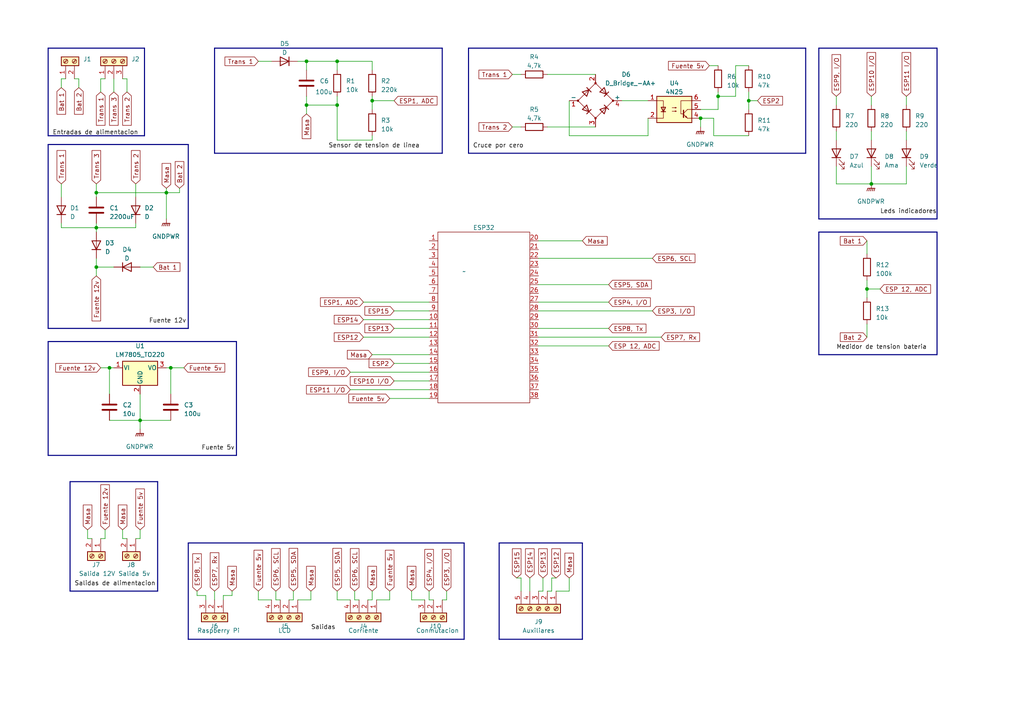
<source format=kicad_sch>
(kicad_sch (version 20230121) (generator eeschema)
  (paper "A4")
  (lib_symbols
    (symbol "Connector:Screw_Terminal_01x02" (pin_names (offset 1.016) hide)
      (property "Reference" "J" (at 0 2.54 0))
      (property "Value" "Screw_Terminal_01x02" (at 0 -5.08 0))
      (symbol "Screw_Terminal_01x02_1_1"
        (rectangle (start -1.27 1.27) (end 1.27 -3.81) (stroke (width 0.254)) (fill (type background)))
        (circle (center 0 -2.54) (radius 0.635) (stroke (width 0.1524)))
        (polyline (pts (xy -0.5334 -2.2098) (xy 0.3302 -3.048)) (stroke (width 0.1524)))
        (polyline (pts (xy -0.5334 0.3302) (xy 0.3302 -0.508)) (stroke (width 0.1524)))
        (polyline (pts (xy -0.3556 -2.032) (xy 0.508 -2.8702)) (stroke (width 0.1524)))
        (polyline (pts (xy -0.3556 0.508) (xy 0.508 -0.3302)) (stroke (width 0.1524)))
        (circle (center 0 0) (radius 0.635) (stroke (width 0.1524)))
        (pin passive line (at -5.08 0 0) (length 3.81) (name "Pin_1") (number "1"))
        (pin passive line (at -5.08 -2.54 0) (length 3.81) (name "Pin_2") (number "2"))
      )
    )
    (symbol "Connector:Screw_Terminal_01x03" (pin_names (offset 1.016) hide)
      (property "Reference" "J" (at 0 5.08 0))
      (property "Value" "Screw_Terminal_01x03" (at 0 -5.08 0))
      (symbol "Screw_Terminal_01x03_1_1"
        (rectangle (start -1.27 3.81) (end 1.27 -3.81) (stroke (width 0.254)) (fill (type background)))
        (circle (center 0 -2.54) (radius 0.635) (stroke (width 0.1524)))
        (polyline (pts (xy -0.5334 -2.2098) (xy 0.3302 -3.048)) (stroke (width 0.1524)))
        (polyline (pts (xy -0.5334 0.3302) (xy 0.3302 -0.508)) (stroke (width 0.1524)))
        (polyline (pts (xy -0.5334 2.8702) (xy 0.3302 2.032)) (stroke (width 0.1524)))
        (polyline (pts (xy -0.3556 -2.032) (xy 0.508 -2.8702)) (stroke (width 0.1524)))
        (polyline (pts (xy -0.3556 0.508) (xy 0.508 -0.3302)) (stroke (width 0.1524)))
        (polyline (pts (xy -0.3556 3.048) (xy 0.508 2.2098)) (stroke (width 0.1524)))
        (circle (center 0 0) (radius 0.635) (stroke (width 0.1524)))
        (circle (center 0 2.54) (radius 0.635) (stroke (width 0.1524)))
        (pin passive line (at -5.08 2.54 0) (length 3.81) (name "Pin_1") (number "1"))
        (pin passive line (at -5.08 0 0) (length 3.81) (name "Pin_2") (number "2"))
        (pin passive line (at -5.08 -2.54 0) (length 3.81) (name "Pin_3") (number "3"))
      )
    )
    (symbol "Connector:Screw_Terminal_01x04" (pin_names (offset 1.016) hide)
      (property "Reference" "J" (at 0 5.08 0))
      (property "Value" "Screw_Terminal_01x04" (at 0 -7.62 0))
      (symbol "Screw_Terminal_01x04_1_1"
        (rectangle (start -1.27 3.81) (end 1.27 -6.35) (stroke (width 0.254)) (fill (type background)))
        (circle (center 0 -5.08) (radius 0.635) (stroke (width 0.1524)))
        (circle (center 0 -2.54) (radius 0.635) (stroke (width 0.1524)))
        (polyline (pts (xy -0.5334 -4.7498) (xy 0.3302 -5.588)) (stroke (width 0.1524)))
        (polyline (pts (xy -0.5334 -2.2098) (xy 0.3302 -3.048)) (stroke (width 0.1524)))
        (polyline (pts (xy -0.5334 0.3302) (xy 0.3302 -0.508)) (stroke (width 0.1524)))
        (polyline (pts (xy -0.5334 2.8702) (xy 0.3302 2.032)) (stroke (width 0.1524)))
        (polyline (pts (xy -0.3556 -4.572) (xy 0.508 -5.4102)) (stroke (width 0.1524)))
        (polyline (pts (xy -0.3556 -2.032) (xy 0.508 -2.8702)) (stroke (width 0.1524)))
        (polyline (pts (xy -0.3556 0.508) (xy 0.508 -0.3302)) (stroke (width 0.1524)))
        (polyline (pts (xy -0.3556 3.048) (xy 0.508 2.2098)) (stroke (width 0.1524)))
        (circle (center 0 0) (radius 0.635) (stroke (width 0.1524)))
        (circle (center 0 2.54) (radius 0.635) (stroke (width 0.1524)))
        (pin passive line (at -5.08 2.54 0) (length 3.81) (name "Pin_1") (number "1"))
        (pin passive line (at -5.08 0 0) (length 3.81) (name "Pin_2") (number "2"))
        (pin passive line (at -5.08 -2.54 0) (length 3.81) (name "Pin_3") (number "3"))
        (pin passive line (at -5.08 -5.08 0) (length 3.81) (name "Pin_4") (number "4"))
      )
    )
    (symbol "Connector:Screw_Terminal_01x05" (pin_names (offset 1.016) hide)
      (property "Reference" "J" (at 0 7.62 0))
      (property "Value" "Screw_Terminal_01x05" (at 0 -7.62 0))
      (symbol "Screw_Terminal_01x05_1_1"
        (rectangle (start -1.27 6.35) (end 1.27 -6.35) (stroke (width 0.254)) (fill (type background)))
        (circle (center 0 -5.08) (radius 0.635) (stroke (width 0.1524)))
        (circle (center 0 -2.54) (radius 0.635) (stroke (width 0.1524)))
        (polyline (pts (xy -0.5334 -4.7498) (xy 0.3302 -5.588)) (stroke (width 0.1524)))
        (polyline (pts (xy -0.5334 -2.2098) (xy 0.3302 -3.048)) (stroke (width 0.1524)))
        (polyline (pts (xy -0.5334 0.3302) (xy 0.3302 -0.508)) (stroke (width 0.1524)))
        (polyline (pts (xy -0.5334 2.8702) (xy 0.3302 2.032)) (stroke (width 0.1524)))
        (polyline (pts (xy -0.5334 5.4102) (xy 0.3302 4.572)) (stroke (width 0.1524)))
        (polyline (pts (xy -0.3556 -4.572) (xy 0.508 -5.4102)) (stroke (width 0.1524)))
        (polyline (pts (xy -0.3556 -2.032) (xy 0.508 -2.8702)) (stroke (width 0.1524)))
        (polyline (pts (xy -0.3556 0.508) (xy 0.508 -0.3302)) (stroke (width 0.1524)))
        (polyline (pts (xy -0.3556 3.048) (xy 0.508 2.2098)) (stroke (width 0.1524)))
        (polyline (pts (xy -0.3556 5.588) (xy 0.508 4.7498)) (stroke (width 0.1524)))
        (circle (center 0 0) (radius 0.635) (stroke (width 0.1524)))
        (circle (center 0 2.54) (radius 0.635) (stroke (width 0.1524)))
        (circle (center 0 5.08) (radius 0.635) (stroke (width 0.1524)))
        (pin passive line (at -5.08 5.08 0) (length 3.81) (name "Pin_1") (number "1"))
        (pin passive line (at -5.08 2.54 0) (length 3.81) (name "Pin_2") (number "2"))
        (pin passive line (at -5.08 0 0) (length 3.81) (name "Pin_3") (number "3"))
        (pin passive line (at -5.08 -2.54 0) (length 3.81) (name "Pin_4") (number "4"))
        (pin passive line (at -5.08 -5.08 0) (length 3.81) (name "Pin_5") (number "5"))
      )
    )
    (symbol "Device:C" (pin_numbers hide) (pin_names (offset 0.254))
      (property "Reference" "C" (at 0.635 2.54 0))
      (property "Value" "C" (at 0.635 -2.54 0))
      (symbol "C_0_1"
        (polyline (pts (xy -2.032 -0.762) (xy 2.032 -0.762)) (stroke (width 0.508)))
        (polyline (pts (xy -2.032 0.762) (xy 2.032 0.762)) (stroke (width 0.508)))
      )
      (symbol "C_1_1"
        (pin passive line (at 0 3.81 270) (length 2.794) (name "~") (number "1"))
        (pin passive line (at 0 -3.81 90) (length 2.794) (name "~") (number "2"))
      )
    )
    (symbol "Device:D" (pin_numbers hide) (pin_names (offset 1.016) hide)
      (property "Reference" "D" (at 0 2.54 0))
      (property "Value" "D" (at 0 -2.54 0))
      (symbol "D_0_1"
        (polyline (pts (xy -1.27 1.27) (xy -1.27 -1.27)) (stroke (width 0.254)))
        (polyline (pts (xy 1.27 0) (xy -1.27 0)))
        (polyline (pts (xy 1.27 1.27) (xy 1.27 -1.27) (xy -1.27 0) (xy 1.27 1.27)) (stroke (width 0.254)))
      )
      (symbol "D_1_1"
        (pin passive line (at -3.81 0 0) (length 2.54) (name "K") (number "1"))
        (pin passive line (at 3.81 0 180) (length 2.54) (name "A") (number "2"))
      )
    )
    (symbol "Device:D_Bridge_-AA+" (pin_names (offset 0))
      (property "Reference" "D" (at 2.54 6.985 0))
      (property "Value" "D_Bridge_-AA+" (at 2.54 5.08 0))
      (symbol "D_Bridge_-AA+_0_1"
        (circle (center -5.08 0) (radius 0.254) (fill (type outline)))
        (circle (center 0 -5.08) (radius 0.254) (fill (type outline)))
        (polyline (pts (xy -2.54 3.81) (xy -1.27 2.54)) (stroke (width 0.254)))
        (polyline (pts (xy -1.27 -2.54) (xy -2.54 -3.81)) (stroke (width 0.254)))
        (polyline (pts (xy 2.54 -1.27) (xy 3.81 -2.54)) (stroke (width 0.254)))
        (polyline (pts (xy 2.54 1.27) (xy 3.81 2.54)) (stroke (width 0.254)))
        (polyline (pts (xy -3.81 2.54) (xy -2.54 1.27) (xy -1.905 3.175) (xy -3.81 2.54)) (stroke (width 0.254)))
        (polyline (pts (xy -2.54 -1.27) (xy -3.81 -2.54) (xy -1.905 -3.175) (xy -2.54 -1.27)) (stroke (width 0.254)))
        (polyline (pts (xy 1.27 2.54) (xy 2.54 3.81) (xy 3.175 1.905) (xy 1.27 2.54)) (stroke (width 0.254)))
        (polyline (pts (xy 3.175 -1.905) (xy 1.27 -2.54) (xy 2.54 -3.81) (xy 3.175 -1.905)) (stroke (width 0.254)))
        (polyline (pts (xy -5.08 0) (xy 0 -5.08) (xy 5.08 0) (xy 0 5.08) (xy -5.08 0)))
        (circle (center 0 5.08) (radius 0.254) (fill (type outline)))
        (circle (center 5.08 0) (radius 0.254) (fill (type outline)))
      )
      (symbol "D_Bridge_-AA+_1_1"
        (pin passive line (at -7.62 0 0) (length 2.54) (name "-") (number "1"))
        (pin passive line (at 0 7.62 270) (length 2.54) (name "~") (number "2"))
        (pin passive line (at 0 -7.62 90) (length 2.54) (name "~") (number "3"))
        (pin passive line (at 7.62 0 180) (length 2.54) (name "+") (number "4"))
      )
    )
    (symbol "Device:LED" (pin_numbers hide) (pin_names (offset 1.016) hide)
      (property "Reference" "D" (at 0 2.54 0))
      (property "Value" "LED" (at 0 -2.54 0))
      (symbol "LED_0_1"
        (polyline (pts (xy -1.27 -1.27) (xy -1.27 1.27)) (stroke (width 0.254)))
        (polyline (pts (xy -1.27 0) (xy 1.27 0)))
        (polyline (pts (xy 1.27 -1.27) (xy 1.27 1.27) (xy -1.27 0) (xy 1.27 -1.27)) (stroke (width 0.254)))
        (polyline (pts (xy -3.048 -0.762) (xy -4.572 -2.286) (xy -3.81 -2.286) (xy -4.572 -2.286) (xy -4.572 -1.524)))
        (polyline (pts (xy -1.778 -0.762) (xy -3.302 -2.286) (xy -2.54 -2.286) (xy -3.302 -2.286) (xy -3.302 -1.524)))
      )
      (symbol "LED_1_1"
        (pin passive line (at -3.81 0 0) (length 2.54) (name "K") (number "1"))
        (pin passive line (at 3.81 0 180) (length 2.54) (name "A") (number "2"))
      )
    )
    (symbol "Device:R" (pin_numbers hide) (pin_names (offset 0))
      (property "Reference" "R" (at 2.032 0 90))
      (property "Value" "R" (at 0 0 90))
      (symbol "R_0_1"
        (rectangle (start -1.016 -2.54) (end 1.016 2.54) (stroke (width 0.254)))
      )
      (symbol "R_1_1"
        (pin passive line (at 0 3.81 270) (length 1.27) (name "~") (number "1"))
        (pin passive line (at 0 -3.81 90) (length 1.27) (name "~") (number "2"))
      )
    )
    (symbol "ESP32NodeMcu:ESP32NodeMcu" (pin_names hide)
      (property "Reference" "ESP32" (at 0 2.54 0))
      (symbol "ESP32NodeMcu_0_1"
        (rectangle (start -12.7 13.97) (end 13.97 -35.56))
      )
      (symbol "ESP32NodeMcu_1_1"
        (pin bidirectional line (at -15.24 11.43 0) (length 2.54) (name "3,3v") (number "1"))
        (pin bidirectional line (at -15.24 -11.43 0) (length 2.54) (name "ADC2_9,RTCGPIO7,GPIO26,DAC_2") (number "10"))
        (pin bidirectional line (at -15.24 -13.97 0) (length 2.54) (name "ADC2_7,RTCGPIO17,GPIO27,TOUCH_7") (number "11"))
        (pin bidirectional line (at -15.24 -16.51 0) (length 2.54) (name "ADC2_6,RTCGPIO16,GPIO32,TOUCH_6,HSPI_CLK,SD_CLK") (number "12"))
        (pin bidirectional line (at -15.24 -19.05 0) (length 2.54) (name "ADC2_5,RTCGPIO15,GPIO12,TOUCH_5,HSPI_MISO,SD_DAT2") (number "13"))
        (pin bidirectional line (at -15.24 -21.59 0) (length 2.54) (name "GND") (number "14"))
        (pin bidirectional line (at -15.24 -24.13 0) (length 2.54) (name "ADC2_4,RTCGPIO14,GPIO13,TOUCH_4,HSPI_MOSI,SD_DAT3") (number "15"))
        (pin bidirectional line (at -15.24 -26.67 0) (length 2.54) (name "SHD/SD2,GPIO09") (number "16"))
        (pin bidirectional line (at -15.24 -29.21 0) (length 2.54) (name "SWP/SD3,GPIO10") (number "17"))
        (pin bidirectional line (at -15.24 -31.75 0) (length 2.54) (name "CSC/CMD,GPIO11") (number "18"))
        (pin bidirectional line (at -15.24 -34.29 0) (length 2.54) (name "5v") (number "19"))
        (pin input line (at -15.24 8.89 0) (length 2.54) (name "Reset,En") (number "2"))
        (pin bidirectional line (at 16.51 11.43 180) (length 2.54) (name "GND") (number "20"))
        (pin bidirectional line (at 16.51 8.89 180) (length 2.54) (name "GPIO23,VSPI_MOSI") (number "21"))
        (pin bidirectional line (at 16.51 6.35 180) (length 2.54) (name "GPIO22,I2C_SCL") (number "22"))
        (pin bidirectional line (at 16.51 3.81 180) (length 2.54) (name "GPIO1,TX0") (number "23"))
        (pin bidirectional line (at 16.51 1.27 180) (length 2.54) (name "GPIO3,RX0") (number "24"))
        (pin bidirectional line (at 16.51 -1.27 180) (length 2.54) (name "GPIO21,I2C_SDA") (number "25"))
        (pin bidirectional line (at 16.51 -3.81 180) (length 2.54) (name "GND") (number "26"))
        (pin bidirectional line (at 16.51 -6.35 180) (length 2.54) (name "GPIO19,VSPI_MISO") (number "27"))
        (pin bidirectional line (at 16.51 -8.89 180) (length 2.54) (name "GPIO18,VSPI_CLK") (number "28"))
        (pin bidirectional line (at 16.51 -11.43 180) (length 2.54) (name "GPIO5,VSPI_CS") (number "29"))
        (pin input line (at -15.24 6.35 0) (length 2.54) (name "ADC1_0,RTC_GPIO0,GPIO36") (number "3"))
        (pin bidirectional line (at 16.51 -13.97 180) (length 2.54) (name "GPIO17,TX2") (number "30"))
        (pin bidirectional line (at 16.51 -16.51 180) (length 2.54) (name "GPIO16,RX2") (number "31"))
        (pin bidirectional line (at 16.51 -19.05 180) (length 2.54) (name "GPIO4,RTC_GPIO10,ADC2_0,TOUCH_0,SD_DAT1") (number "32"))
        (pin bidirectional line (at 16.51 -21.59 180) (length 2.54) (name "GPIO0,RTC_GPIO11,ADC2_1,TOUCH_1") (number "33"))
        (pin bidirectional line (at 16.51 -24.13 180) (length 2.54) (name "GPIO2,RTC_GPIO12,ADC2_2,TOUCH_2,SD_DAT0,LED") (number "34"))
        (pin bidirectional line (at 16.51 -26.67 180) (length 2.54) (name "GPIO15,RTC_GPIO13,ADC2_3,TOUCH_3,SD_CMD,HSPI_CS") (number "35"))
        (pin bidirectional line (at 16.51 -29.21 180) (length 2.54) (name "GPIO8,SDI/SD1") (number "36"))
        (pin bidirectional line (at 16.51 -31.75 180) (length 2.54) (name "GPIO7,SDO/SD0") (number "37"))
        (pin bidirectional line (at 16.51 -34.29 180) (length 2.54) (name "GPIO6,SCK/CLK") (number "38"))
        (pin input line (at -15.24 3.81 0) (length 2.54) (name "ADC1_3,RTCGPIO3,GPIO39") (number "4"))
        (pin input line (at -15.24 1.27 0) (length 2.54) (name "ADC1_4,RTCGPIO4,GPIO34") (number "5"))
        (pin input line (at -15.24 -1.27 0) (length 2.54) (name "ADC1_7,RTCGPIO5,GPIO35") (number "6"))
        (pin bidirectional line (at -15.24 -3.81 0) (length 2.54) (name "ADC1_4,RTCGPIO9,GPIO32,TOUCH_9") (number "7"))
        (pin bidirectional line (at -15.24 -6.35 0) (length 2.54) (name "ADC1_5,RTCGPIO8,GPIO33,TOUCH_8") (number "8"))
        (pin bidirectional line (at -15.24 -8.89 0) (length 2.54) (name "ADC2_8,RTCGPIO8,GPIO25,DAC_1") (number "9"))
      )
    )
    (symbol "Isolator:4N25" (pin_names (offset 1.016))
      (property "Reference" "U" (at -5.08 5.08 0))
      (property "Value" "4N25" (at 0 5.08 0))
      (symbol "4N25_0_1"
        (rectangle (start -5.08 3.81) (end 5.08 -3.81) (stroke (width 0.254)) (fill (type background)))
        (polyline (pts (xy -3.81 -0.635) (xy -2.54 -0.635)) (stroke (width 0.254)))
        (polyline (pts (xy 2.667 -1.397) (xy 3.81 -2.54)))
        (polyline (pts (xy 2.667 -1.143) (xy 3.81 0)))
        (polyline (pts (xy 3.81 -2.54) (xy 5.08 -2.54)))
        (polyline (pts (xy 3.81 0) (xy 5.08 0)))
        (polyline (pts (xy 2.667 -0.254) (xy 2.667 -2.286) (xy 2.667 -2.286)) (stroke (width 0.3556)))
        (polyline (pts (xy -5.08 -2.54) (xy -3.175 -2.54) (xy -3.175 2.54) (xy -5.08 2.54)))
        (polyline (pts (xy -3.175 -0.635) (xy -3.81 0.635) (xy -2.54 0.635) (xy -3.175 -0.635)) (stroke (width 0.254)))
        (polyline (pts (xy 3.683 -2.413) (xy 3.429 -1.905) (xy 3.175 -2.159) (xy 3.683 -2.413)))
        (polyline (pts (xy 5.08 2.54) (xy 1.905 2.54) (xy 1.905 -1.27) (xy 2.54 -1.27)))
        (polyline (pts (xy -0.635 -0.508) (xy 0.635 -0.508) (xy 0.254 -0.635) (xy 0.254 -0.381) (xy 0.635 -0.508)))
        (polyline (pts (xy -0.635 0.508) (xy 0.635 0.508) (xy 0.254 0.381) (xy 0.254 0.635) (xy 0.635 0.508)))
      )
      (symbol "4N25_1_1"
        (pin passive line (at -7.62 2.54 0) (length 2.54) (name "~") (number "1"))
        (pin passive line (at -7.62 -2.54 0) (length 2.54) (name "~") (number "2"))
        (pin no_connect line (at -5.08 0 0) (length 2.54) hide (name "NC") (number "3"))
        (pin passive line (at 7.62 -2.54 180) (length 2.54) (name "~") (number "4"))
        (pin passive line (at 7.62 0 180) (length 2.54) (name "~") (number "5"))
        (pin passive line (at 7.62 2.54 180) (length 2.54) (name "~") (number "6"))
      )
    )
    (symbol "Regulator_Linear:LM7805_TO220" (pin_names (offset 0.254))
      (property "Reference" "U" (at -3.81 3.175 0))
      (property "Value" "LM7805_TO220" (at 0 3.175 0))
      (symbol "LM7805_TO220_0_1"
        (rectangle (start -5.08 1.905) (end 5.08 -5.08) (stroke (width 0.254)) (fill (type background)))
      )
      (symbol "LM7805_TO220_1_1"
        (pin power_in line (at -7.62 0 0) (length 2.54) (name "VI") (number "1"))
        (pin power_in line (at 0 -7.62 90) (length 2.54) (name "GND") (number "2"))
        (pin power_out line (at 7.62 0 180) (length 2.54) (name "VO") (number "3"))
      )
    )
    (symbol "power:GNDPWR" (power) (pin_names (offset 0))
      (property "Value" "GNDPWR" (at 0 -3.302 0))
      (symbol "GNDPWR_0_1"
        (polyline (pts (xy 0 -1.27) (xy 0 0)))
        (polyline (pts (xy -1.016 -1.27) (xy -1.27 -2.032) (xy -1.27 -2.032)) (stroke (width 0.2032)))
        (polyline (pts (xy -0.508 -1.27) (xy -0.762 -2.032) (xy -0.762 -2.032)) (stroke (width 0.2032)))
        (polyline (pts (xy 0 -1.27) (xy -0.254 -2.032) (xy -0.254 -2.032)) (stroke (width 0.2032)))
        (polyline (pts (xy 0.508 -1.27) (xy 0.254 -2.032) (xy 0.254 -2.032)) (stroke (width 0.2032)))
        (polyline (pts (xy 1.016 -1.27) (xy -1.016 -1.27) (xy -1.016 -1.27)) (stroke (width 0.2032)))
        (polyline (pts (xy 1.016 -1.27) (xy 0.762 -2.032) (xy 0.762 -2.032) (xy 0.762 -2.032)) (stroke (width 0.2032)))
      )
      (symbol "GNDPWR_1_1"
        (pin power_in line (at 0 0 270) (length 0) hide (name "GNDPWR") (number "1"))
      )
    )
  )
  (junction (at 49.53 106.68))
  (junction (at 27.94 77.47))
  (junction (at 107.95 29.21))
  (junction (at 27.94 55.88))
  (junction (at 48.26 55.88))
  (junction (at 88.9 17.78))
  (junction (at 208.28 27.94))
  (junction (at 97.79 30.48))
  (junction (at 251.46 83.82))
  (junction (at 27.94 66.04))
  (junction (at 217.17 29.21))
  (junction (at 88.9 30.48))
  (junction (at 40.64 121.92))
  (junction (at 203.2 34.29))
  (junction (at 97.79 17.78))
  (junction (at 252.73 53.34))
  (junction (at 31.75 106.68))
  (wire (pts (xy 149.86 167.64) (xy 151.13 167.64)))
  (wire (pts (xy 114.3 95.25) (xy 124.46 95.25)))
  (wire (pts (xy 113.03 173.99) (xy 109.22 173.99)))
  (wire (pts (xy 107.95 173.99) (xy 106.68 173.99)))
  (wire (pts (xy 48.26 55.88) (xy 48.26 63.5)))
  (wire (pts (xy 153.67 167.64) (xy 153.67 171.45)))
  (bus (pts (xy 20.32 139.7) (xy 20.32 171.45)))
  (wire (pts (xy 129.54 173.99) (xy 128.27 173.99)))
  (wire (pts (xy 88.9 30.48) (xy 88.9 33.02)))
  (wire (pts (xy 251.46 81.28) (xy 251.46 83.82)))
  (wire (pts (xy 213.36 27.94) (xy 208.28 27.94)))
  (wire (pts (xy 52.07 54.61) (xy 52.07 55.88)))
  (wire (pts (xy 107.95 40.64) (xy 97.79 40.64)))
  (wire (pts (xy 85.09 171.45) (xy 85.09 173.99)))
  (wire (pts (xy 160.02 167.64) (xy 161.29 167.64)))
  (wire (pts (xy 62.23 171.45) (xy 62.23 173.99)))
  (wire (pts (xy 242.57 48.26) (xy 242.57 53.34)))
  (bus (pts (xy 271.78 63.5) (xy 271.78 13.97)))
  (wire (pts (xy 114.3 110.49) (xy 124.46 110.49)))
  (wire (pts (xy 86.36 17.78) (xy 88.9 17.78)))
  (wire (pts (xy 39.37 64.77) (xy 39.37 66.04)))
  (wire (pts (xy 107.95 17.78) (xy 97.79 17.78)))
  (wire (pts (xy 27.94 77.47) (xy 27.94 80.01)))
  (wire (pts (xy 107.95 29.21) (xy 114.3 29.21)))
  (wire (pts (xy 17.78 25.4) (xy 17.78 22.86)))
  (wire (pts (xy 217.17 26.67) (xy 217.17 29.21)))
  (wire (pts (xy 85.09 173.99) (xy 83.82 173.99)))
  (wire (pts (xy 40.64 156.21) (xy 40.64 153.67)))
  (bus (pts (xy 45.72 139.7) (xy 20.32 139.7)))
  (wire (pts (xy 119.38 171.45) (xy 119.38 173.99)))
  (bus (pts (xy 237.49 102.87) (xy 271.78 102.87)))
  (wire (pts (xy 90.17 173.99) (xy 90.17 171.45)))
  (wire (pts (xy 29.21 22.86) (xy 30.48 22.86)))
  (bus (pts (xy 13.97 41.91) (xy 54.61 41.91)))
  (wire (pts (xy 187.96 39.37) (xy 187.96 34.29)))
  (bus (pts (xy 144.78 157.48) (xy 144.78 185.42)))
  (wire (pts (xy 64.77 172.72) (xy 67.31 172.72)))
  (wire (pts (xy 52.07 55.88) (xy 48.26 55.88)))
  (bus (pts (xy 128.27 44.45) (xy 62.23 44.45)))
  (bus (pts (xy 13.97 95.25) (xy 54.61 95.25)))
  (wire (pts (xy 207.01 39.37) (xy 207.01 34.29)))
  (bus (pts (xy 144.78 185.42) (xy 168.91 185.42)))
  (wire (pts (xy 119.38 173.99) (xy 123.19 173.99)))
  (wire (pts (xy 27.94 53.34) (xy 27.94 55.88)))
  (wire (pts (xy 251.46 69.85) (xy 251.46 73.66)))
  (wire (pts (xy 208.28 31.75) (xy 203.2 31.75)))
  (bus (pts (xy 237.49 13.97) (xy 237.49 63.5)))
  (wire (pts (xy 31.75 106.68) (xy 33.02 106.68)))
  (wire (pts (xy 88.9 30.48) (xy 97.79 30.48)))
  (wire (pts (xy 22.86 22.86) (xy 21.59 22.86)))
  (bus (pts (xy 68.58 132.08) (xy 13.97 132.08)))
  (bus (pts (xy 237.49 67.31) (xy 237.49 102.87)))
  (wire (pts (xy 107.95 29.21) (xy 107.95 31.75)))
  (wire (pts (xy 107.95 40.64) (xy 107.95 39.37)))
  (wire (pts (xy 57.15 172.72) (xy 59.69 172.72)))
  (wire (pts (xy 80.01 171.45) (xy 80.01 173.99)))
  (wire (pts (xy 160.02 171.45) (xy 160.02 167.64)))
  (wire (pts (xy 101.6 107.95) (xy 124.46 107.95)))
  (bus (pts (xy 271.78 67.31) (xy 271.78 102.87)))
  (wire (pts (xy 208.28 26.67) (xy 208.28 27.94)))
  (wire (pts (xy 107.95 171.45) (xy 107.95 173.99)))
  (wire (pts (xy 67.31 172.72) (xy 67.31 171.45)))
  (wire (pts (xy 74.93 173.99) (xy 74.93 171.45)))
  (bus (pts (xy 237.49 67.31) (xy 271.78 67.31)))
  (wire (pts (xy 25.4 156.21) (xy 25.4 153.67)))
  (wire (pts (xy 27.94 55.88) (xy 27.94 57.15)))
  (wire (pts (xy 97.79 40.64) (xy 97.79 30.48)))
  (wire (pts (xy 48.26 54.61) (xy 48.26 55.88)))
  (wire (pts (xy 114.3 105.41) (xy 124.46 105.41)))
  (wire (pts (xy 203.2 34.29) (xy 203.2 36.83)))
  (bus (pts (xy 13.97 13.97) (xy 41.91 13.97)))
  (wire (pts (xy 27.94 77.47) (xy 33.02 77.47)))
  (wire (pts (xy 151.13 167.64) (xy 151.13 171.45)))
  (wire (pts (xy 129.54 171.45) (xy 129.54 173.99)))
  (bus (pts (xy 237.49 13.97) (xy 271.78 13.97)))
  (wire (pts (xy 48.26 106.68) (xy 49.53 106.68)))
  (wire (pts (xy 35.56 156.21) (xy 35.56 153.67)))
  (wire (pts (xy 88.9 17.78) (xy 88.9 20.32)))
  (wire (pts (xy 208.28 27.94) (xy 208.28 31.75)))
  (wire (pts (xy 161.29 171.45) (xy 165.1 171.45)))
  (bus (pts (xy 13.97 99.06) (xy 13.97 132.08)))
  (wire (pts (xy 22.86 25.4) (xy 22.86 22.86)))
  (wire (pts (xy 17.78 22.86) (xy 19.05 22.86)))
  (wire (pts (xy 36.83 22.86) (xy 35.56 22.86)))
  (wire (pts (xy 113.03 171.45) (xy 113.03 173.99)))
  (bus (pts (xy 20.32 171.45) (xy 45.72 171.45)))
  (wire (pts (xy 156.21 97.79) (xy 191.77 97.79)))
  (wire (pts (xy 17.78 64.77) (xy 17.78 66.04)))
  (wire (pts (xy 107.95 20.32) (xy 107.95 17.78)))
  (wire (pts (xy 88.9 30.48) (xy 88.9 27.94)))
  (wire (pts (xy 27.94 55.88) (xy 48.26 55.88)))
  (wire (pts (xy 39.37 53.34) (xy 39.37 57.15)))
  (wire (pts (xy 40.64 77.47) (xy 44.45 77.47)))
  (wire (pts (xy 217.17 29.21) (xy 219.71 29.21)))
  (bus (pts (xy 54.61 41.91) (xy 54.61 95.25)))
  (wire (pts (xy 80.01 173.99) (xy 81.28 173.99)))
  (wire (pts (xy 36.83 26.67) (xy 36.83 22.86)))
  (wire (pts (xy 78.74 173.99) (xy 74.93 173.99)))
  (wire (pts (xy 262.89 53.34) (xy 252.73 53.34)))
  (wire (pts (xy 74.93 17.78) (xy 78.74 17.78)))
  (wire (pts (xy 29.21 26.67) (xy 29.21 22.86)))
  (bus (pts (xy 135.89 13.97) (xy 233.68 13.97)))
  (wire (pts (xy 97.79 171.45) (xy 97.79 173.99)))
  (wire (pts (xy 107.95 102.87) (xy 124.46 102.87)))
  (bus (pts (xy 134.62 157.48) (xy 134.62 185.42)))
  (wire (pts (xy 39.37 156.21) (xy 40.64 156.21)))
  (bus (pts (xy 128.27 13.97) (xy 128.27 44.45)))
  (wire (pts (xy 102.87 173.99) (xy 104.14 173.99)))
  (wire (pts (xy 180.34 29.21) (xy 187.96 29.21)))
  (wire (pts (xy 59.69 172.72) (xy 59.69 173.99)))
  (bus (pts (xy 13.97 99.06) (xy 68.58 99.06)))
  (wire (pts (xy 213.36 19.05) (xy 213.36 27.94)))
  (wire (pts (xy 156.21 74.93) (xy 189.23 74.93)))
  (wire (pts (xy 262.89 38.1) (xy 262.89 40.64)))
  (wire (pts (xy 102.87 171.45) (xy 102.87 173.99)))
  (wire (pts (xy 17.78 66.04) (xy 27.94 66.04)))
  (wire (pts (xy 165.1 29.21) (xy 165.1 39.37)))
  (bus (pts (xy 41.91 39.37) (xy 41.91 13.97)))
  (wire (pts (xy 262.89 27.94) (xy 262.89 30.48)))
  (wire (pts (xy 49.53 106.68) (xy 49.53 114.3)))
  (wire (pts (xy 27.94 66.04) (xy 39.37 66.04)))
  (wire (pts (xy 158.75 171.45) (xy 160.02 171.45)))
  (wire (pts (xy 40.64 121.92) (xy 40.64 124.46)))
  (wire (pts (xy 97.79 173.99) (xy 101.6 173.99)))
  (wire (pts (xy 27.94 74.93) (xy 27.94 77.47)))
  (wire (pts (xy 217.17 39.37) (xy 207.01 39.37)))
  (wire (pts (xy 165.1 39.37) (xy 187.96 39.37)))
  (wire (pts (xy 124.46 173.99) (xy 125.73 173.99)))
  (wire (pts (xy 97.79 30.48) (xy 97.79 27.94)))
  (wire (pts (xy 252.73 48.26) (xy 252.73 53.34)))
  (wire (pts (xy 17.78 53.34) (xy 17.78 57.15)))
  (bus (pts (xy 233.68 44.45) (xy 233.68 13.97)))
  (wire (pts (xy 207.01 34.29) (xy 203.2 34.29)))
  (wire (pts (xy 113.03 115.57) (xy 124.46 115.57)))
  (bus (pts (xy 134.62 185.42) (xy 54.61 185.42)))
  (wire (pts (xy 156.21 69.85) (xy 168.91 69.85)))
  (wire (pts (xy 156.21 90.17) (xy 189.23 90.17)))
  (wire (pts (xy 105.41 92.71) (xy 124.46 92.71)))
  (wire (pts (xy 148.59 21.59) (xy 151.13 21.59)))
  (bus (pts (xy 13.97 41.91) (xy 13.97 95.25)))
  (wire (pts (xy 242.57 38.1) (xy 242.57 40.64)))
  (wire (pts (xy 49.53 106.68) (xy 53.34 106.68)))
  (wire (pts (xy 251.46 83.82) (xy 255.27 83.82)))
  (bus (pts (xy 168.91 157.48) (xy 144.78 157.48)))
  (wire (pts (xy 156.21 100.33) (xy 176.53 100.33)))
  (bus (pts (xy 135.89 13.97) (xy 135.89 44.45)))
  (bus (pts (xy 168.91 185.42) (xy 168.91 157.48)))
  (wire (pts (xy 40.64 121.92) (xy 49.53 121.92)))
  (bus (pts (xy 54.61 185.42) (xy 54.61 157.48)))
  (wire (pts (xy 33.02 22.86) (xy 33.02 26.67)))
  (wire (pts (xy 31.75 121.92) (xy 40.64 121.92)))
  (wire (pts (xy 40.64 114.3) (xy 40.64 121.92)))
  (bus (pts (xy 68.58 99.06) (xy 68.58 132.08)))
  (wire (pts (xy 101.6 113.03) (xy 124.46 113.03)))
  (wire (pts (xy 97.79 20.32) (xy 97.79 17.78)))
  (wire (pts (xy 156.21 95.25) (xy 176.53 95.25)))
  (wire (pts (xy 86.36 173.99) (xy 90.17 173.99)))
  (bus (pts (xy 62.23 13.97) (xy 62.23 44.45)))
  (wire (pts (xy 157.48 171.45) (xy 156.21 171.45)))
  (wire (pts (xy 251.46 93.98) (xy 251.46 97.79)))
  (wire (pts (xy 217.17 29.21) (xy 217.17 31.75)))
  (wire (pts (xy 30.48 156.21) (xy 30.48 153.67)))
  (wire (pts (xy 29.21 106.68) (xy 31.75 106.68)))
  (bus (pts (xy 45.72 171.45) (xy 45.72 139.7)))
  (wire (pts (xy 156.21 87.63) (xy 176.53 87.63)))
  (wire (pts (xy 156.21 82.55) (xy 176.53 82.55)))
  (wire (pts (xy 64.77 172.72) (xy 64.77 173.99)))
  (wire (pts (xy 157.48 167.64) (xy 157.48 171.45)))
  (wire (pts (xy 148.59 36.83) (xy 151.13 36.83)))
  (wire (pts (xy 29.21 156.21) (xy 30.48 156.21)))
  (wire (pts (xy 97.79 17.78) (xy 88.9 17.78)))
  (wire (pts (xy 158.75 21.59) (xy 172.72 21.59)))
  (bus (pts (xy 54.61 157.48) (xy 134.62 157.48)))
  (wire (pts (xy 262.89 48.26) (xy 262.89 53.34)))
  (wire (pts (xy 124.46 171.45) (xy 124.46 173.99)))
  (wire (pts (xy 57.15 171.45) (xy 57.15 172.72)))
  (wire (pts (xy 158.75 36.83) (xy 172.72 36.83)))
  (wire (pts (xy 36.83 156.21) (xy 35.56 156.21)))
  (wire (pts (xy 252.73 38.1) (xy 252.73 40.64)))
  (wire (pts (xy 217.17 19.05) (xy 213.36 19.05)))
  (wire (pts (xy 26.67 156.21) (xy 25.4 156.21)))
  (wire (pts (xy 27.94 64.77) (xy 27.94 66.04)))
  (wire (pts (xy 105.41 97.79) (xy 124.46 97.79)))
  (wire (pts (xy 114.3 90.17) (xy 124.46 90.17)))
  (wire (pts (xy 252.73 27.94) (xy 252.73 30.48)))
  (wire (pts (xy 105.41 87.63) (xy 124.46 87.63)))
  (wire (pts (xy 31.75 106.68) (xy 31.75 114.3)))
  (wire (pts (xy 242.57 27.94) (xy 242.57 30.48)))
  (wire (pts (xy 107.95 27.94) (xy 107.95 29.21)))
  (bus (pts (xy 62.23 13.97) (xy 128.27 13.97)))
  (wire (pts (xy 251.46 83.82) (xy 251.46 86.36)))
  (bus (pts (xy 13.97 13.97) (xy 13.97 39.37)))
  (wire (pts (xy 27.94 66.04) (xy 27.94 67.31)))
  (wire (pts (xy 205.74 19.05) (xy 208.28 19.05)))
  (bus (pts (xy 135.89 44.45) (xy 233.68 44.45)))
  (wire (pts (xy 165.1 171.45) (xy 165.1 167.64)))
  (bus (pts (xy 13.97 39.37) (xy 41.91 39.37)))
  (bus (pts (xy 237.49 63.5) (xy 271.78 63.5)))
  (wire (pts (xy 242.57 53.34) (xy 252.73 53.34)))
  (label "Cruce por cero" (at 137.16 43.18 0))
  (label "Salidas de alimentacion" (at 21.59 170.18 0))
  (label "Leds indicadores" (at 255.27 62.23 0))
  (label "Salidas" (at 90.17 182.88 0))
  (label "Medidor de tension bateria" (at 242.57 101.6 0))
  (label "Fuente 12v" (at 43.18 93.98 0))
  (label "Fuente 5v" (at 58.42 130.81 0))
  (label "Sensor de tension de linea" (at 95.25 43.18 0))
  (label "Entradas de alimentacion" (at 15.24 39.37 0))
  (global_label "ESP9, I{slash}O" (shape input) (at 242.57 27.94 90) (property "Intersheetrefs" "${INTERSHEET_REFS}" (effects hide)))
  (global_label "ESP3, I{slash}O" (shape input) (at 129.54 171.45 90) (property "Intersheetrefs" "${INTERSHEET_REFS}" (effects hide)))
  (global_label "Trans 2" (shape input) (at 148.59 36.83 180) (property "Intersheetrefs" "${INTERSHEET_REFS}" (effects hide)))
  (global_label "Trans 2" (shape input) (at 39.37 53.34 90) (property "Intersheetrefs" "${INTERSHEET_REFS}" (effects hide)))
  (global_label "Masa" (shape input) (at 90.17 171.45 90) (property "Intersheetrefs" "${INTERSHEET_REFS}" (effects hide)))
  (global_label "Fuente 12v" (shape input) (at 29.21 106.68 180) (property "Intersheetrefs" "${INTERSHEET_REFS}" (effects hide)))
  (global_label "Bat 1" (shape input) (at 251.46 69.85 180) (property "Intersheetrefs" "${INTERSHEET_REFS}" (effects hide)))
  (global_label "ESP 12, ADC" (shape input) (at 255.27 83.82 0) (property "Intersheetrefs" "${INTERSHEET_REFS}" (effects hide)))
  (global_label "Trans 3" (shape input) (at 33.02 26.67 270) (property "Intersheetrefs" "${INTERSHEET_REFS}" (effects hide)))
  (global_label "ESP11 I{slash}O" (shape input) (at 101.6 113.03 180) (property "Intersheetrefs" "${INTERSHEET_REFS}" (effects hide)))
  (global_label "Trans 1" (shape input) (at 148.59 21.59 180) (property "Intersheetrefs" "${INTERSHEET_REFS}" (effects hide)))
  (global_label "Masa" (shape input) (at 67.31 171.45 90) (property "Intersheetrefs" "${INTERSHEET_REFS}" (effects hide)))
  (global_label "Masa" (shape input) (at 168.91 69.85 0) (property "Intersheetrefs" "${INTERSHEET_REFS}" (effects hide)))
  (global_label "Fuente 5v" (shape input) (at 74.93 171.45 90) (property "Intersheetrefs" "${INTERSHEET_REFS}" (effects hide)))
  (global_label "ESP12" (shape input) (at 105.41 97.79 180) (property "Intersheetrefs" "${INTERSHEET_REFS}" (effects hide)))
  (global_label "Fuente 5v" (shape input) (at 53.34 106.68 0) (property "Intersheetrefs" "${INTERSHEET_REFS}" (effects hide)))
  (global_label "ESP15" (shape input) (at 149.86 167.64 90) (property "Intersheetrefs" "${INTERSHEET_REFS}" (effects hide)))
  (global_label "Masa" (shape input) (at 165.1 167.64 90) (property "Intersheetrefs" "${INTERSHEET_REFS}" (effects hide)))
  (global_label "ESP3, I{slash}O" (shape input) (at 189.23 90.17 0) (property "Intersheetrefs" "${INTERSHEET_REFS}" (effects hide)))
  (global_label "ESP 12, ADC" (shape input) (at 176.53 100.33 0) (property "Intersheetrefs" "${INTERSHEET_REFS}" (effects hide)))
  (global_label "ESP7, Rx" (shape input) (at 191.77 97.79 0) (property "Intersheetrefs" "${INTERSHEET_REFS}" (effects hide)))
  (global_label "ESP6, SCL" (shape input) (at 102.87 171.45 90) (property "Intersheetrefs" "${INTERSHEET_REFS}" (effects hide)))
  (global_label "ESP13" (shape input) (at 157.48 167.64 90) (property "Intersheetrefs" "${INTERSHEET_REFS}" (effects hide)))
  (global_label "ESP9, I{slash}O" (shape input) (at 101.6 107.95 180) (property "Intersheetrefs" "${INTERSHEET_REFS}" (effects hide)))
  (global_label "Bat 2" (shape input) (at 251.46 97.79 180) (property "Intersheetrefs" "${INTERSHEET_REFS}" (effects hide)))
  (global_label "ESP1, ADC" (shape input) (at 114.3 29.21 0) (property "Intersheetrefs" "${INTERSHEET_REFS}" (effects hide)))
  (global_label "ESP4, I{slash}O" (shape input) (at 176.53 87.63 0) (property "Intersheetrefs" "${INTERSHEET_REFS}" (effects hide)))
  (global_label "ESP5, SDA" (shape input) (at 97.79 171.45 90) (property "Intersheetrefs" "${INTERSHEET_REFS}" (effects hide)))
  (global_label "ESP10 I{slash}O" (shape input) (at 252.73 27.94 90) (property "Intersheetrefs" "${INTERSHEET_REFS}" (effects hide)))
  (global_label "Masa" (shape input) (at 107.95 171.45 90) (property "Intersheetrefs" "${INTERSHEET_REFS}" (effects hide)))
  (global_label "ESP8, Tx" (shape input) (at 57.15 171.45 90) (property "Intersheetrefs" "${INTERSHEET_REFS}" (effects hide)))
  (global_label "ESP7, Rx" (shape input) (at 62.23 171.45 90) (property "Intersheetrefs" "${INTERSHEET_REFS}" (effects hide)))
  (global_label "Masa" (shape input) (at 35.56 153.67 90) (property "Intersheetrefs" "${INTERSHEET_REFS}" (effects hide)))
  (global_label "ESP5, SDA" (shape input) (at 85.09 171.45 90) (property "Intersheetrefs" "${INTERSHEET_REFS}" (effects hide)))
  (global_label "ESP14" (shape input) (at 105.41 92.71 180) (property "Intersheetrefs" "${INTERSHEET_REFS}" (effects hide)))
  (global_label "Fuente 5v" (shape input) (at 113.03 115.57 180) (property "Intersheetrefs" "${INTERSHEET_REFS}" (effects hide)))
  (global_label "Trans 1" (shape input) (at 29.21 26.67 270) (property "Intersheetrefs" "${INTERSHEET_REFS}" (effects hide)))
  (global_label "Fuente 5v" (shape input) (at 113.03 171.45 90) (property "Intersheetrefs" "${INTERSHEET_REFS}" (effects hide)))
  (global_label "Bat 1" (shape input) (at 44.45 77.47 0) (property "Intersheetrefs" "${INTERSHEET_REFS}" (effects hide)))
  (global_label "Fuente 12v" (shape input) (at 27.94 80.01 270) (property "Intersheetrefs" "${INTERSHEET_REFS}" (effects hide)))
  (global_label "Masa" (shape input) (at 119.38 171.45 90) (property "Intersheetrefs" "${INTERSHEET_REFS}" (effects hide)))
  (global_label "Bat 1" (shape input) (at 17.78 25.4 270) (property "Intersheetrefs" "${INTERSHEET_REFS}" (effects hide)))
  (global_label "ESP6, SCL" (shape input) (at 189.23 74.93 0) (property "Intersheetrefs" "${INTERSHEET_REFS}" (effects hide)))
  (global_label "Trans 1" (shape input) (at 74.93 17.78 180) (property "Intersheetrefs" "${INTERSHEET_REFS}" (effects hide)))
  (global_label "ESP15" (shape input) (at 114.3 90.17 180) (property "Intersheetrefs" "${INTERSHEET_REFS}" (effects hide)))
  (global_label "ESP2" (shape input) (at 114.3 105.41 180) (property "Intersheetrefs" "${INTERSHEET_REFS}" (effects hide)))
  (global_label "ESP5, SDA" (shape input) (at 176.53 82.55 0) (property "Intersheetrefs" "${INTERSHEET_REFS}" (effects hide)))
  (global_label "Masa" (shape input) (at 88.9 33.02 270) (property "Intersheetrefs" "${INTERSHEET_REFS}" (effects hide)))
  (global_label "Masa" (shape input) (at 48.26 54.61 90) (property "Intersheetrefs" "${INTERSHEET_REFS}" (effects hide)))
  (global_label "Fuente 5v" (shape input) (at 40.64 153.67 90) (property "Intersheetrefs" "${INTERSHEET_REFS}" (effects hide)))
  (global_label "Fuente 12v" (shape input) (at 30.48 153.67 90) (property "Intersheetrefs" "${INTERSHEET_REFS}" (effects hide)))
  (global_label "Masa" (shape input) (at 107.95 102.87 180) (property "Intersheetrefs" "${INTERSHEET_REFS}" (effects hide)))
  (global_label "ESP10 I{slash}O" (shape input) (at 114.3 110.49 180) (property "Intersheetrefs" "${INTERSHEET_REFS}" (effects hide)))
  (global_label "ESP8, Tx" (shape input) (at 176.53 95.25 0) (property "Intersheetrefs" "${INTERSHEET_REFS}" (effects hide)))
  (global_label "ESP14" (shape input) (at 153.67 167.64 90) (property "Intersheetrefs" "${INTERSHEET_REFS}" (effects hide)))
  (global_label "ESP4, I{slash}O" (shape input) (at 124.46 171.45 90) (property "Intersheetrefs" "${INTERSHEET_REFS}" (effects hide)))
  (global_label "ESP1, ADC" (shape input) (at 105.41 87.63 180) (property "Intersheetrefs" "${INTERSHEET_REFS}" (effects hide)))
  (global_label "ESP12" (shape input) (at 161.29 167.64 90) (property "Intersheetrefs" "${INTERSHEET_REFS}" (effects hide)))
  (global_label "Fuente 5v" (shape input) (at 205.74 19.05 180) (property "Intersheetrefs" "${INTERSHEET_REFS}" (effects hide)))
  (global_label "Bat 2" (shape input) (at 52.07 54.61 90) (property "Intersheetrefs" "${INTERSHEET_REFS}" (effects hide)))
  (global_label "ESP11 I{slash}O" (shape input) (at 262.89 27.94 90) (property "Intersheetrefs" "${INTERSHEET_REFS}" (effects hide)))
  (global_label "Trans 2" (shape input) (at 36.83 26.67 270) (property "Intersheetrefs" "${INTERSHEET_REFS}" (effects hide)))
  (global_label "Bat 2" (shape input) (at 22.86 25.4 270) (property "Intersheetrefs" "${INTERSHEET_REFS}" (effects hide)))
  (global_label "ESP2" (shape input) (at 219.71 29.21 0) (property "Intersheetrefs" "${INTERSHEET_REFS}" (effects hide)))
  (global_label "ESP13" (shape input) (at 114.3 95.25 180) (property "Intersheetrefs" "${INTERSHEET_REFS}" (effects hide)))
  (global_label "Trans 1" (shape input) (at 17.78 53.34 90) (property "Intersheetrefs" "${INTERSHEET_REFS}" (effects hide)))
  (global_label "ESP6, SCL" (shape input) (at 80.01 171.45 90) (property "Intersheetrefs" "${INTERSHEET_REFS}" (effects hide)))
  (global_label "Masa" (shape input) (at 25.4 153.67 90) (property "Intersheetrefs" "${INTERSHEET_REFS}" (effects hide)))
  (global_label "Trans 3" (shape input) (at 27.94 53.34 90) (property "Intersheetrefs" "${INTERSHEET_REFS}" (effects hide)))
  (symbol (lib_id "Connector:Screw_Terminal_01x04") (at 106.68 179.07 270) (unit 1)
    (property "Reference" "J4" (at 105.41 181.61 90))
    (property "Value" "Corriente" (at 105.41 182.88 90))
    (property "Footprint" "TerminalBlock_Phoenix:TerminalBlock_Phoenix_MPT-0,5-4-2.54_1x04_P2.54mm_Horizontal" (effects hide))
  )
  (symbol (lib_id "Connector:Screw_Terminal_01x02") (at 19.05 17.78 90) (unit 1)
    (property "Reference" "J1" (at 24.13 17.145 90) (effects (justify right)))
    (property "Value" "Bateria" (effects hide))
    (property "Footprint" "TerminalBlock_Phoenix:TerminalBlock_Phoenix_MKDS-1,5-2-5.08_1x02_P5.08mm_Horizontal" (effects hide))
  )
  (symbol (lib_id "Connector:Screw_Terminal_01x03") (at 62.23 179.07 270) (unit 1)
    (property "Reference" "J6" (at 60.96 181.61 90) (effects (justify left)))
    (property "Value" "Raspberry Pi" (at 57.15 182.88 90) (effects (justify left)))
    (property "Footprint" "TerminalBlock_Phoenix:TerminalBlock_Phoenix_MPT-0,5-3-2.54_1x03_P2.54mm_Horizontal" (effects hide))
  )
  (symbol (lib_id "Regulator_Linear:LM7805_TO220") (at 40.64 106.68 0) (unit 1)
    (property "Reference" "U1" (at 40.64 100.33 0))
    (property "Value" "LM7805_TO220" (at 40.64 102.87 0))
    (property "Footprint" "Package_TO_SOT_THT:TO-220-3_Vertical" (effects hide))
    (property "Datasheet" "https://www.onsemi.cn/PowerSolutions/document/MC7800-D.PDF" (effects hide))
  )
  (symbol (lib_id "power:GNDPWR") (at 40.64 124.46 0) (unit 1)
    (property "Reference" "#PWR02" (effects hide))
    (property "Value" "GNDPWR" (at 40.513 129.54 0))
  )
  (symbol (lib_id "Device:R") (at 107.95 24.13 0) (unit 1)
    (property "Reference" "R2" (at 110.49 23.495 0) (effects (justify left)))
    (property "Value" "220k" (at 110.49 26.035 0) (effects (justify left)))
    (property "Footprint" "Resistor_THT:R_Axial_DIN0204_L3.6mm_D1.6mm_P5.08mm_Horizontal" (effects hide))
  )
  (symbol (lib_id "Device:R") (at 107.95 35.56 0) (unit 1)
    (property "Reference" "R3" (at 110.49 34.925 0) (effects (justify left)))
    (property "Value" "10k" (at 110.49 37.465 0) (effects (justify left)))
    (property "Footprint" "Resistor_THT:R_Axial_DIN0207_L6.3mm_D2.5mm_P7.62mm_Horizontal" (effects hide))
  )
  (symbol (lib_id "Device:R") (at 217.17 35.56 0) (unit 1)
    (property "Reference" "R11" (at 219.71 34.925 0) (effects (justify left)))
    (property "Value" "47k" (at 219.71 37.465 0) (effects (justify left)))
    (property "Footprint" "Resistor_THT:R_Axial_DIN0204_L3.6mm_D1.6mm_P5.08mm_Horizontal" (effects hide))
  )
  (symbol (lib_id "Isolator:4N25") (at 195.58 31.75 0) (unit 1)
    (property "Reference" "U4" (at 195.58 24.13 0))
    (property "Value" "4N25" (at 195.58 26.67 0))
    (property "Footprint" "Package_DIP:DIP-6_W7.62mm" (effects hide))
    (property "Datasheet" "https://www.vishay.com/docs/83725/4n25.pdf" (effects hide))
  )
  (symbol (lib_id "Device:D") (at 82.55 17.78 180) (unit 1)
    (property "Reference" "D5" (at 82.55 12.7 0))
    (property "Value" "D" (at 82.55 15.24 0))
    (property "Footprint" "Diode_THT:D_DO-34_SOD68_P7.62mm_Horizontal" (effects hide))
    (property "Sim.Device" "D" (effects hide))
    (property "Sim.Pins" "1=K 2=A" (effects hide))
  )
  (symbol (lib_id "Device:R") (at 251.46 90.17 0) (unit 1)
    (property "Reference" "R13" (at 254 89.535 0) (effects (justify left)))
    (property "Value" "10k" (at 254 92.075 0) (effects (justify left)))
    (property "Footprint" "Resistor_THT:R_Axial_DIN0207_L6.3mm_D2.5mm_P7.62mm_Horizontal" (effects hide))
  )
  (symbol (lib_id "Connector:Screw_Terminal_01x02") (at 29.21 161.29 270) (unit 1)
    (property "Reference" "J7" (at 26.67 163.83 90) (effects (justify left)))
    (property "Value" "Salida 12V" (at 22.86 166.37 90) (effects (justify left)))
    (property "Footprint" "TerminalBlock_Phoenix:TerminalBlock_Phoenix_MKDS-1,5-2-5.08_1x02_P5.08mm_Horizontal" (effects hide))
  )
  (symbol (lib_id "Device:R") (at 208.28 22.86 0) (unit 1)
    (property "Reference" "R6" (at 210.82 22.225 0) (effects (justify left)))
    (property "Value" "10k" (at 210.82 24.765 0) (effects (justify left)))
    (property "Footprint" "Resistor_THT:R_Axial_DIN0207_L6.3mm_D2.5mm_P7.62mm_Horizontal" (effects hide))
  )
  (symbol (lib_id "Connector:Screw_Terminal_01x02") (at 39.37 161.29 270) (unit 1)
    (property "Reference" "J8" (at 36.83 163.83 90) (effects (justify left)))
    (property "Value" "Salida 5v" (at 34.29 166.37 90) (effects (justify left)))
    (property "Footprint" "TerminalBlock_Phoenix:TerminalBlock_Phoenix_MKDS-1,5-2-5.08_1x02_P5.08mm_Horizontal" (effects hide))
  )
  (symbol (lib_id "Device:C") (at 88.9 24.13 0) (unit 1)
    (property "Reference" "C6" (at 92.71 23.495 0) (effects (justify left)))
    (property "Value" "100u" (at 91.44 26.67 0) (effects (justify left)))
    (property "Footprint" "Capacitor_THT:C_Radial_D8.0mm_H11.5mm_P3.50mm" (effects hide))
  )
  (symbol (lib_id "Device:R") (at 154.94 21.59 90) (unit 1)
    (property "Reference" "R4" (at 154.94 16.51 90))
    (property "Value" "4,7k" (at 154.94 19.05 90))
    (property "Footprint" "Resistor_THT:R_Axial_DIN0204_L3.6mm_D1.6mm_P5.08mm_Horizontal" (effects hide))
  )
  (symbol (lib_id "Connector:Screw_Terminal_01x03") (at 33.02 17.78 90) (unit 1)
    (property "Reference" "J2" (at 38.1 17.145 90) (effects (justify right)))
    (property "Value" "Transformador" (effects hide))
    (property "Footprint" "TerminalBlock_Phoenix:TerminalBlock_Phoenix_MKDS-1,5-3-5.08_1x03_P5.08mm_Horizontal" (effects hide))
  )
  (symbol (lib_id "Device:LED") (at 252.73 44.45 90) (unit 1)
    (property "Reference" "D8" (at 256.54 45.4025 90) (effects (justify right)))
    (property "Value" "Ama" (at 256.54 47.9425 90) (effects (justify right)))
    (property "Footprint" "LED_THT:LED_D3.0mm" (effects hide))
  )
  (symbol (lib_id "ESP32NodeMcu:ESP32NodeMcu") (at 139.7 81.28 0) (unit 1)
    (property "Reference" "ESP32" (at 140.335 66.04 0))
    (property "Value" "~" (at 134.62 78.74 0))
    (property "Footprint" "ESP32NodeMcu:ESP32 NODEMCU" (effects hide))
    (property "Sim.Enable" "0" (effects hide))
  )
  (symbol (lib_id "Device:R") (at 251.46 77.47 0) (unit 1)
    (property "Reference" "R12" (at 254 76.835 0) (effects (justify left)))
    (property "Value" "100k" (at 254 79.375 0) (effects (justify left)))
    (property "Footprint" "Resistor_THT:R_Axial_DIN0207_L6.3mm_D2.5mm_P7.62mm_Horizontal" (effects hide))
  )
  (symbol (lib_id "Connector:Screw_Terminal_01x05") (at 156.21 176.53 270) (unit 1)
    (property "Reference" "J9" (at 156.21 180.34 90))
    (property "Value" "Auxiliares" (at 156.21 182.88 90))
    (property "Footprint" "TerminalBlock_Phoenix:TerminalBlock_Phoenix_MPT-0,5-5-2.54_1x05_P2.54mm_Horizontal" (effects hide))
  )
  (symbol (lib_id "Device:R") (at 252.73 34.29 0) (unit 1)
    (property "Reference" "R8" (at 255.27 33.655 0) (effects (justify left)))
    (property "Value" "220" (at 255.27 36.195 0) (effects (justify left)))
    (property "Footprint" "Resistor_THT:R_Axial_DIN0207_L6.3mm_D2.5mm_P7.62mm_Horizontal" (effects hide))
  )
  (symbol (lib_id "Device:R") (at 242.57 34.29 0) (unit 1)
    (property "Reference" "R7" (at 245.11 33.655 0) (effects (justify left)))
    (property "Value" "220" (at 245.11 36.195 0) (effects (justify left)))
    (property "Footprint" "Resistor_THT:R_Axial_DIN0207_L6.3mm_D2.5mm_P7.62mm_Horizontal" (effects hide))
  )
  (symbol (lib_id "power:GNDPWR") (at 203.2 36.83 0) (unit 1)
    (property "Reference" "#PWR05" (effects hide))
    (property "Value" "GNDPWR" (at 203.073 41.91 0))
  )
  (symbol (lib_id "Device:D_Bridge_-AA+") (at 172.72 29.21 0) (unit 1)
    (property "Reference" "D6" (at 181.61 21.59 0))
    (property "Value" "D_Bridge_-AA+" (at 182.88 24.13 0))
    (property "Footprint" "Diode_THT:Diode_Bridge_Round_D9.0mm" (effects hide))
  )
  (symbol (lib_id "Device:D") (at 39.37 60.96 90) (unit 1)
    (property "Reference" "D2" (at 41.91 60.325 90) (effects (justify right)))
    (property "Value" "D" (at 41.91 62.865 90) (effects (justify right)))
    (property "Footprint" "Diode_THT:D_DO-34_SOD68_P7.62mm_Horizontal" (effects hide))
    (property "Sim.Device" "D" (effects hide))
    (property "Sim.Pins" "1=K 2=A" (effects hide))
  )
  (symbol (lib_id "Device:D") (at 17.78 60.96 90) (unit 1)
    (property "Reference" "D1" (at 20.32 60.325 90) (effects (justify right)))
    (property "Value" "D" (at 20.32 62.865 90) (effects (justify right)))
    (property "Footprint" "Diode_THT:D_DO-34_SOD68_P7.62mm_Horizontal" (effects hide))
    (property "Sim.Device" "D" (effects hide))
    (property "Sim.Pins" "1=K 2=A" (effects hide))
  )
  (symbol (lib_id "Device:R") (at 97.79 24.13 180) (unit 1)
    (property "Reference" "R1" (at 100.33 23.495 0) (effects (justify right)))
    (property "Value" "10k" (at 100.33 26.035 0) (effects (justify right)))
    (property "Footprint" "Resistor_THT:R_Axial_DIN0207_L6.3mm_D2.5mm_P7.62mm_Horizontal" (effects hide))
  )
  (symbol (lib_id "Device:D") (at 36.83 77.47 0) (unit 1)
    (property "Reference" "D4" (at 36.83 72.39 0))
    (property "Value" "D" (at 36.83 74.93 0))
    (property "Footprint" "Diode_THT:D_DO-34_SOD68_P7.62mm_Horizontal" (effects hide))
    (property "Sim.Device" "D" (effects hide))
    (property "Sim.Pins" "1=K 2=A" (effects hide))
  )
  (symbol (lib_id "Device:LED") (at 262.89 44.45 90) (unit 1)
    (property "Reference" "D9" (at 266.7 45.4025 90) (effects (justify right)))
    (property "Value" "Verde" (at 266.7 47.9425 90) (effects (justify right)))
    (property "Footprint" "LED_THT:LED_D3.0mm" (effects hide))
  )
  (symbol (lib_id "Device:C") (at 31.75 118.11 0) (unit 1)
    (property "Reference" "C2" (at 35.56 117.475 0) (effects (justify left)))
    (property "Value" "10u" (at 35.56 120.015 0) (effects (justify left)))
    (property "Footprint" "Capacitor_THT:C_Radial_D6.3mm_H11.0mm_P2.50mm" (effects hide))
  )
  (symbol (lib_id "Device:D") (at 27.94 71.12 90) (unit 1)
    (property "Reference" "D3" (at 30.48 70.485 90) (effects (justify right)))
    (property "Value" "D" (at 30.48 73.025 90) (effects (justify right)))
    (property "Footprint" "Diode_THT:D_DO-34_SOD68_P7.62mm_Horizontal" (effects hide))
    (property "Sim.Device" "D" (effects hide))
    (property "Sim.Pins" "1=K 2=A" (effects hide))
  )
  (symbol (lib_id "Connector:Screw_Terminal_01x03") (at 125.73 179.07 270) (unit 1)
    (property "Reference" "J10" (at 124.46 181.61 90) (effects (justify left)))
    (property "Value" "Conmutacion" (at 120.65 182.88 90) (effects (justify left)))
  )
  (symbol (lib_id "power:GNDPWR") (at 252.73 53.34 0) (unit 1)
    (property "Reference" "#PWR06" (effects hide))
    (property "Value" "GNDPWR" (at 252.603 58.42 0))
  )
  (symbol (lib_id "Device:R") (at 217.17 22.86 0) (unit 1)
    (property "Reference" "R10" (at 219.71 22.225 0) (effects (justify left)))
    (property "Value" "47k" (at 219.71 24.765 0) (effects (justify left)))
    (property "Footprint" "Resistor_THT:R_Axial_DIN0204_L3.6mm_D1.6mm_P5.08mm_Horizontal" (effects hide))
  )
  (symbol (lib_id "Connector:Screw_Terminal_01x04") (at 83.82 179.07 270) (unit 1)
    (property "Reference" "J5" (at 82.55 181.61 90))
    (property "Value" "LCD" (at 82.55 182.88 90))
    (property "Footprint" "TerminalBlock_Phoenix:TerminalBlock_Phoenix_MPT-0,5-4-2.54_1x04_P2.54mm_Horizontal" (effects hide))
  )
  (symbol (lib_id "power:GNDPWR") (at 48.26 63.5 0) (unit 1)
    (property "Reference" "#PWR01" (effects hide))
    (property "Value" "GNDPWR" (at 48.133 68.58 0))
  )
  (symbol (lib_id "Device:LED") (at 242.57 44.45 90) (unit 1)
    (property "Reference" "D7" (at 246.38 45.4025 90) (effects (justify right)))
    (property "Value" "Azul" (at 246.38 47.9425 90) (effects (justify right)))
    (property "Footprint" "LED_THT:LED_D3.0mm" (effects hide))
  )
  (symbol (lib_id "Device:C") (at 27.94 60.96 0) (unit 1)
    (property "Reference" "C1" (at 31.75 60.325 0) (effects (justify left)))
    (property "Value" "2200uF" (at 31.75 62.865 0) (effects (justify left)))
    (property "Footprint" "Capacitor_THT:C_Radial_D16.0mm_H25.0mm_P7.50mm" (effects hide))
  )
  (symbol (lib_id "Device:R") (at 262.89 34.29 0) (unit 1)
    (property "Reference" "R9" (at 265.43 33.655 0) (effects (justify left)))
    (property "Value" "220" (at 265.43 36.195 0) (effects (justify left)))
    (property "Footprint" "Resistor_THT:R_Axial_DIN0207_L6.3mm_D2.5mm_P7.62mm_Horizontal" (effects hide))
  )
  (symbol (lib_id "Device:C") (at 49.53 118.11 0) (unit 1)
    (property "Reference" "C3" (at 53.34 117.475 0) (effects (justify left)))
    (property "Value" "100u" (at 53.34 120.015 0) (effects (justify left)))
    (property "Footprint" "Capacitor_THT:C_Radial_D8.0mm_H11.5mm_P3.50mm" (effects hide))
  )
  (symbol (lib_id "Device:R") (at 154.94 36.83 90) (unit 1)
    (property "Reference" "R5" (at 154.94 31.75 90))
    (property "Value" "4,7k" (at 154.94 34.29 90))
    (property "Footprint" "Resistor_THT:R_Axial_DIN0204_L3.6mm_D1.6mm_P5.08mm_Horizontal" (effects hide))
  )
)
</source>
